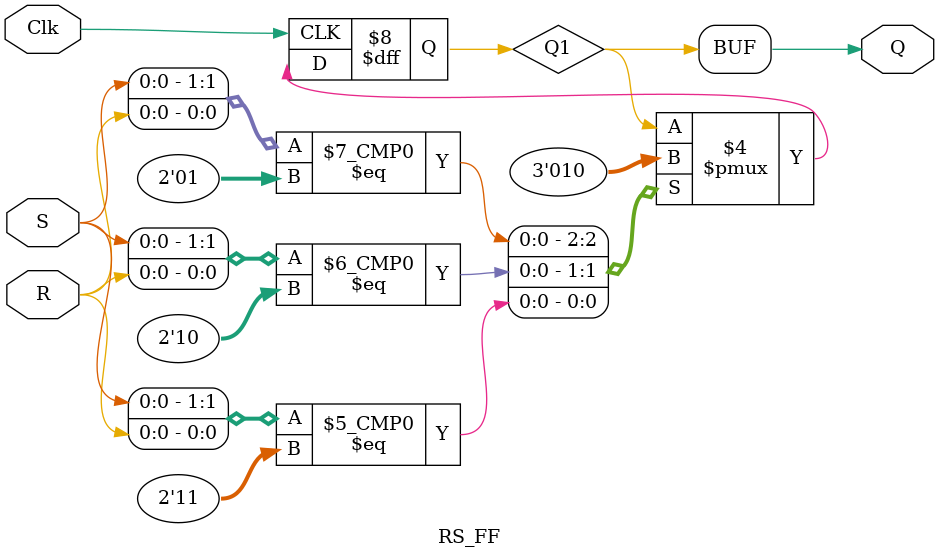
<source format=v>
`timescale 1ns / 1ps
module RS_FF(
       input R,
		 input S,
		 input Clk,
		 output Q
    );

reg Q1;

initial begin
   Q1 = 1'b 0;
end

assign Q = Q1;

always @(posedge Clk)
begin
   case({S,R})
	{1'b 0, 1'b 1}: begin Q1 = 1'b 0;end
	{1'b 1, 1'b 0}: begin Q1 = 1'b 1;end
	{1'b 1, 1'b 1}: begin Q1 = 1'b 0;end
	endcase
end

endmodule

</source>
